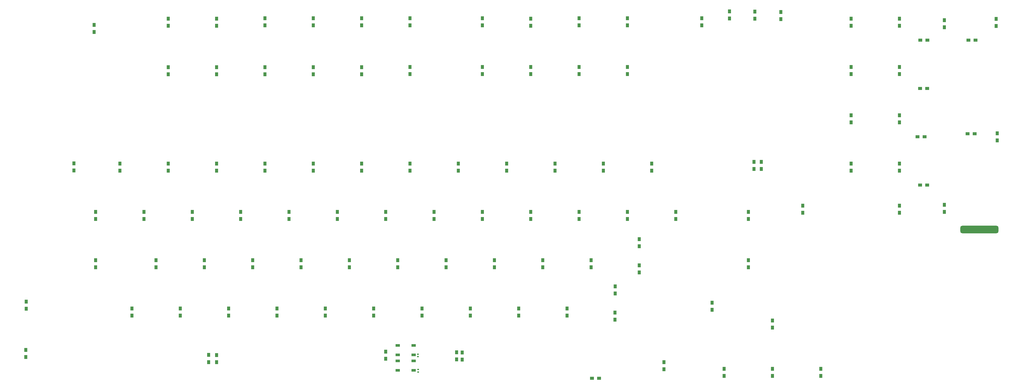
<source format=gtp>
G04 #@! TF.GenerationSoftware,KiCad,Pcbnew,9.0.0*
G04 #@! TF.CreationDate,2025-04-22T01:26:23+02:00*
G04 #@! TF.ProjectId,takt11800,74616b74-3131-4383-9030-2e6b69636164,1.0.0*
G04 #@! TF.SameCoordinates,Original*
G04 #@! TF.FileFunction,Paste,Top*
G04 #@! TF.FilePolarity,Positive*
%FSLAX46Y46*%
G04 Gerber Fmt 4.6, Leading zero omitted, Abs format (unit mm)*
G04 Created by KiCad (PCBNEW 9.0.0) date 2025-04-22 01:26:23*
%MOMM*%
%LPD*%
G01*
G04 APERTURE LIST*
G04 Aperture macros list*
%AMRoundRect*
0 Rectangle with rounded corners*
0 $1 Rounding radius*
0 $2 $3 $4 $5 $6 $7 $8 $9 X,Y pos of 4 corners*
0 Add a 4 corners polygon primitive as box body*
4,1,4,$2,$3,$4,$5,$6,$7,$8,$9,$2,$3,0*
0 Add four circle primitives for the rounded corners*
1,1,$1+$1,$2,$3*
1,1,$1+$1,$4,$5*
1,1,$1+$1,$6,$7*
1,1,$1+$1,$8,$9*
0 Add four rect primitives between the rounded corners*
20,1,$1+$1,$2,$3,$4,$5,0*
20,1,$1+$1,$4,$5,$6,$7,0*
20,1,$1+$1,$6,$7,$8,$9,0*
20,1,$1+$1,$8,$9,$2,$3,0*%
G04 Aperture macros list end*
%ADD10R,1.200000X1.600000*%
%ADD11R,1.600000X1.200000*%
%ADD12R,1.700000X1.000000*%
%ADD13RoundRect,0.135000X-0.185000X0.135000X-0.185000X-0.135000X0.185000X-0.135000X0.185000X0.135000X0*%
%ADD14RoundRect,0.140000X-0.170000X0.140000X-0.170000X-0.140000X0.170000X-0.140000X0.170000X0.140000X0*%
%ADD15RoundRect,0.750000X6.750000X0.750000X-6.750000X0.750000X-6.750000X-0.750000X6.750000X-0.750000X0*%
G04 APERTURE END LIST*
D10*
X47050000Y-85320000D03*
X47050000Y-82520000D03*
X76197500Y-82832500D03*
X76197500Y-80032500D03*
X95247500Y-82832500D03*
X95247500Y-80032500D03*
X114297500Y-82713750D03*
X114297500Y-79913750D03*
X133347500Y-82713750D03*
X133347500Y-79913750D03*
X152397500Y-82713750D03*
X152397500Y-79913750D03*
X171447500Y-82713750D03*
X171447500Y-79913750D03*
X76197500Y-102001250D03*
X76197500Y-99201250D03*
X95247500Y-102001250D03*
X95247500Y-99201250D03*
X114297500Y-102001250D03*
X114297500Y-99201250D03*
X133347500Y-102001250D03*
X133347500Y-99201250D03*
X152397500Y-102001250D03*
X152397500Y-99201250D03*
X171447500Y-101882500D03*
X171447500Y-99082500D03*
X57147500Y-139982500D03*
X57147500Y-137182500D03*
X114297500Y-139982500D03*
X114297500Y-137182500D03*
X133347500Y-139982500D03*
X133347500Y-137182500D03*
X152397500Y-139982500D03*
X152397500Y-137182500D03*
X171447500Y-139982500D03*
X171447500Y-137182500D03*
X190497500Y-139982500D03*
X190497500Y-137182500D03*
X209547500Y-139982500D03*
X209547500Y-137182500D03*
X228597500Y-139982500D03*
X228597500Y-137182500D03*
X247647500Y-139982500D03*
X247647500Y-137182500D03*
X47622500Y-159032500D03*
X47622500Y-156232500D03*
X66672500Y-159032500D03*
X66672500Y-156232500D03*
X85722500Y-159032500D03*
X85722500Y-156232500D03*
X104772500Y-159032500D03*
X104772500Y-156232500D03*
X123822500Y-159032500D03*
X123822500Y-156232500D03*
X142872500Y-159032500D03*
X142872500Y-156232500D03*
X161922500Y-159032500D03*
X161922500Y-156232500D03*
X180972500Y-159032500D03*
X180972500Y-156232500D03*
X200022500Y-159032500D03*
X200022500Y-156232500D03*
X219072500Y-159032500D03*
X219072500Y-156232500D03*
X238122500Y-159032500D03*
X238122500Y-156232500D03*
X257172500Y-159032500D03*
X257172500Y-156232500D03*
X276222500Y-159032500D03*
X276222500Y-156232500D03*
X304797500Y-159032500D03*
X304797500Y-156232500D03*
X47622500Y-178082500D03*
X47622500Y-175282500D03*
X71435000Y-178082500D03*
X71435000Y-175282500D03*
X90485000Y-178082500D03*
X90485000Y-175282500D03*
X109535000Y-178082500D03*
X109535000Y-175282500D03*
X128585000Y-178082500D03*
X128585000Y-175282500D03*
X147635000Y-178082500D03*
X147635000Y-175282500D03*
X166685000Y-178082500D03*
X166685000Y-175282500D03*
X185735000Y-178082500D03*
X185735000Y-175282500D03*
X204785000Y-178082500D03*
X204785000Y-175282500D03*
X223835000Y-178082500D03*
X223835000Y-175282500D03*
X242885000Y-178082500D03*
X242885000Y-175282500D03*
X261833400Y-180155600D03*
X261833400Y-177355600D03*
X290510000Y-194870000D03*
X290510000Y-192070000D03*
X20300000Y-194440000D03*
X20300000Y-191640000D03*
X61910000Y-197132500D03*
X61910000Y-194332500D03*
X80960000Y-197132500D03*
X80960000Y-194332500D03*
X100010000Y-197132500D03*
X100010000Y-194332500D03*
X119060000Y-197132500D03*
X119060000Y-194332500D03*
X138110000Y-197132500D03*
X138110000Y-194332500D03*
X157160000Y-197132500D03*
X157160000Y-194332500D03*
X176210000Y-197132500D03*
X176210000Y-194332500D03*
X195260000Y-197132500D03*
X195260000Y-194332500D03*
X233360000Y-197132500D03*
X233360000Y-194332500D03*
X252333800Y-188421400D03*
X252333800Y-185621400D03*
X266697500Y-139982500D03*
X266697500Y-137182500D03*
X309880000Y-139350000D03*
X309880000Y-136550000D03*
X252232200Y-198781600D03*
X252232200Y-195981600D03*
X39090000Y-139970000D03*
X39090000Y-137170000D03*
X345278750Y-82832500D03*
X345278750Y-80032500D03*
X364328750Y-82832500D03*
X364328750Y-80032500D03*
X382040000Y-83460000D03*
X382040000Y-80660000D03*
X402428750Y-82951250D03*
X402428750Y-80151250D03*
D11*
X391503750Y-88576250D03*
X394303750Y-88576250D03*
X391156400Y-125488800D03*
X393956400Y-125488800D03*
D10*
X345278750Y-120932500D03*
X345278750Y-118132500D03*
X364328750Y-120932500D03*
X364328750Y-118132500D03*
X402828800Y-128082600D03*
X402828800Y-125282600D03*
X345278750Y-139982500D03*
X345278750Y-137182500D03*
X364328750Y-139982500D03*
X364328750Y-137182500D03*
D11*
X371472500Y-126676250D03*
X374272500Y-126676250D03*
D10*
X326228750Y-156651250D03*
X326228750Y-153851250D03*
D11*
X372453750Y-145726250D03*
X375253750Y-145726250D03*
D10*
X364328750Y-156651250D03*
X364328750Y-153851250D03*
X345278750Y-101882500D03*
X345278750Y-99082500D03*
X364328750Y-101882500D03*
X364328750Y-99082500D03*
D11*
X372572500Y-88576250D03*
X375372500Y-88576250D03*
D10*
X76197500Y-139982500D03*
X76197500Y-137182500D03*
X95247500Y-139982500D03*
X95247500Y-137182500D03*
X307000000Y-139340000D03*
X307000000Y-136540000D03*
X261833400Y-169789400D03*
X261833400Y-166989400D03*
X314322500Y-201895000D03*
X314322500Y-199095000D03*
X333372500Y-220945000D03*
X333372500Y-218145000D03*
X314322500Y-220945000D03*
X314322500Y-218145000D03*
X295272500Y-220945000D03*
X295272500Y-218145000D03*
X382040000Y-156270000D03*
X382040000Y-153470000D03*
X192010000Y-214510000D03*
X192010000Y-211710000D03*
X161925000Y-214193750D03*
X161925000Y-211393750D03*
X20130000Y-213520000D03*
X20130000Y-210720000D03*
X271510000Y-218350000D03*
X271510000Y-215550000D03*
X200022500Y-82713750D03*
X200022500Y-79913750D03*
X219072500Y-82832500D03*
X219072500Y-80032500D03*
X238122500Y-82713750D03*
X238122500Y-79913750D03*
X257172500Y-82713750D03*
X257172500Y-79913750D03*
X286447500Y-82713750D03*
X286447500Y-79913750D03*
X200022500Y-101882500D03*
X200022500Y-99082500D03*
X219072500Y-101882500D03*
X219072500Y-99082500D03*
X238122500Y-101882500D03*
X238122500Y-99082500D03*
X257172500Y-101882500D03*
X257172500Y-99082500D03*
X304797500Y-178082500D03*
X304797500Y-175282500D03*
D11*
X372453750Y-107626250D03*
X375253750Y-107626250D03*
X243180000Y-221870000D03*
X245980000Y-221870000D03*
D10*
X95290000Y-215510000D03*
X95290000Y-212710000D03*
X214310000Y-197132500D03*
X214310000Y-194332500D03*
X92150000Y-215500000D03*
X92150000Y-212700000D03*
X317610000Y-80210000D03*
X317610000Y-77410000D03*
X189880000Y-214450000D03*
X189880000Y-211650000D03*
X307390000Y-80050000D03*
X307390000Y-77250000D03*
X297370000Y-79980000D03*
X297370000Y-77180000D03*
D12*
X166650000Y-214990000D03*
X172950000Y-214990000D03*
X166650000Y-218790000D03*
X172950000Y-218790000D03*
D13*
X174690000Y-219460000D03*
X174690000Y-218440000D03*
D12*
X166650000Y-208900000D03*
X172950000Y-208900000D03*
X166650000Y-212700000D03*
X172950000Y-212700000D03*
D14*
X174640000Y-213360000D03*
X174640000Y-212400000D03*
D15*
X395840000Y-163250000D03*
M02*

</source>
